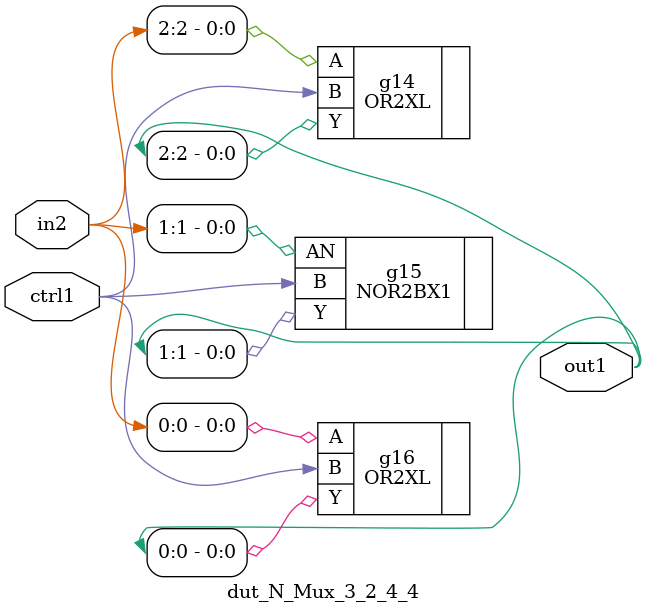
<source format=v>
`timescale 1ps / 1ps


module dut_N_Mux_3_2_4_4(in2, ctrl1, out1);
  input [2:0] in2;
  input ctrl1;
  output [2:0] out1;
  wire [2:0] in2;
  wire ctrl1;
  wire [2:0] out1;
  OR2XL g14(.A (in2[2]), .B (ctrl1), .Y (out1[2]));
  NOR2BX1 g15(.AN (in2[1]), .B (ctrl1), .Y (out1[1]));
  OR2XL g16(.A (in2[0]), .B (ctrl1), .Y (out1[0]));
endmodule



</source>
